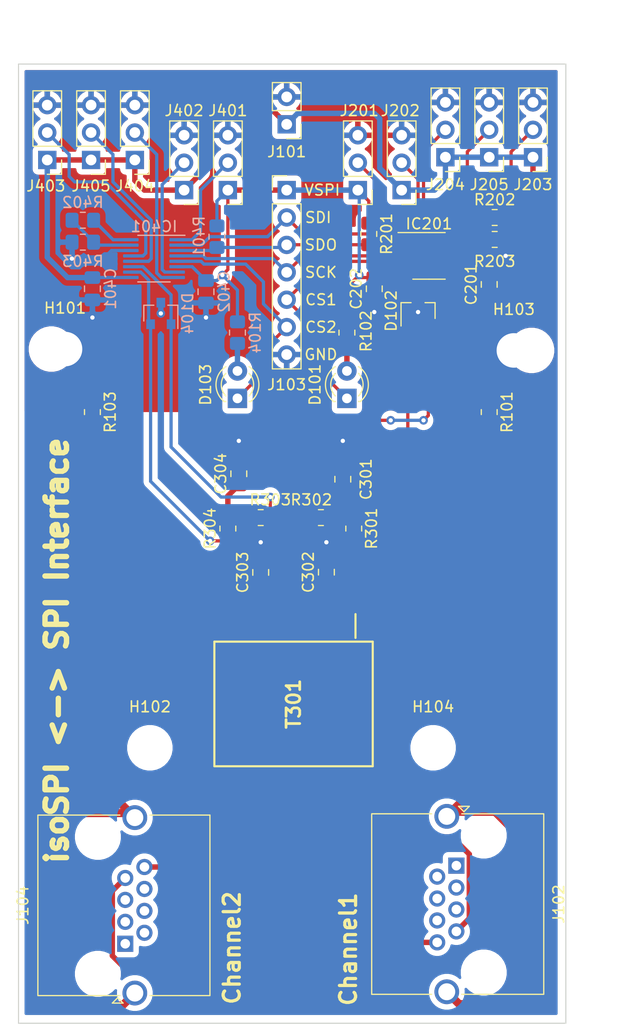
<source format=kicad_pcb>
(kicad_pcb (version 20171130) (host pcbnew 5.1.7-a382d34a8~87~ubuntu20.04.1)
  (layers (0 F.Cu signal) (31 B.Cu signal) (34 B.Paste user) (35 F.Paste user) (36 B.SilkS user) (37 F.SilkS user) (38 B.Mask user) (39 F.Mask user) (44 Edge.Cuts user))
  (net 0 "")
  (net 1 +5V)
  (net 2 GND)
  (net 3 V_SPI)
  (net 4 "Net-(C301-Pad1)")
  (net 5 "Net-(C302-Pad1)")
  (net 6 "Net-(C303-Pad1)")
  (net 7 "Net-(C304-Pad1)")
  (net 8 "Net-(D101-Pad2)")
  (net 9 ~CS_1)
  (net 10 /SPI_Convert_1/IM)
  (net 11 /SPI_Convert_1/IP)
  (net 12 "Net-(D103-Pad2)")
  (net 13 ~CS_2)
  (net 14 /SPI_Convert_2/IM)
  (net 15 /SPI_Convert_2/IP)
  (net 16 /SPI_Convert_1/IBIAS)
  (net 17 /SPI_Convert_1/ICMP)
  (net 18 /SPI_Convert_1/SLOW)
  (net 19 /SPI_Convert_1/MSTR)
  (net 20 /SPI_Convert_1/PHA)
  (net 21 /SPI_Convert_1/POL)
  (net 22 SCK)
  (net 23 SDO)
  (net 24 SDI)
  (net 25 /SPI_Convert_1/EN)
  (net 26 /SPI_Convert_2/IBIAS)
  (net 27 /SPI_Convert_2/ICMP)
  (net 28 /SPI_Convert_2/SLOW)
  (net 29 /SPI_Convert_2/MSTR)
  (net 30 /SPI_Convert_2/PHA)
  (net 31 /SPI_Convert_2/POL)
  (net 32 /SPI_Convert_2/EN)
  (net 33 "Net-(J102-Pad6)")
  (net 34 /Transformer/isoSPI_OUT-_Header)
  (net 35 "Net-(J102-PadSH)")
  (net 36 "Net-(J102-Pad2)")
  (net 37 "Net-(J102-Pad1)")
  (net 38 /Transformer/isoSPI_OUT+_Header)
  (net 39 "Net-(J102-Pad4)")
  (net 40 "Net-(J102-Pad5)")
  (net 41 "Net-(J102-Pad3)")
  (net 42 "Net-(J104-Pad6)")
  (net 43 /Transformer/isoSPI_IN-_Header)
  (net 44 "Net-(J104-PadSH)")
  (net 45 "Net-(J104-Pad2)")
  (net 46 "Net-(J104-Pad1)")
  (net 47 /Transformer/isoSPI_IN+_Header)
  (net 48 "Net-(J104-Pad4)")
  (net 49 "Net-(J104-Pad5)")
  (net 50 "Net-(J104-Pad3)")
  (net 51 "Net-(T301-Pad11)")
  (net 52 "Net-(T301-Pad8)")
  (module Connector_RJ:RJ45_Amphenol_RJHSE5380 (layer F.Cu) (at 132.842 156.972 270)
    (fp_text reference J102 (at 3.56 -9.5 90) (layer F.SilkS))
    (fp_text value RJ45_Shielded_1)
    (pad SH thru_hole circle (at -4.57 0.89 270) (size 2.3 2.3) (drill 1.57) (layers *.Cu *.Mask) (net 35 "Net-(J102-PadSH)"))
    (pad SH thru_hole circle (at 11.69 0.89 270) (size 2.3 2.3) (drill 1.57) (layers *.Cu *.Mask) (net 35 "Net-(J102-PadSH)"))
    (pad "" np_thru_hole circle (at 9.91 -2.54 270) (size 3.25 3.25) (drill 3.25) (layers *.Cu *.Mask))
    (pad "" np_thru_hole circle (at -2.79 -2.54 270) (size 3.25 3.25) (drill 3.25) (layers *.Cu *.Mask))
    (pad 8 thru_hole circle (at 7.112 1.78 270) (size 1.5 1.5) (drill 0.89) (layers *.Cu *.Mask) (net 34 /Transformer/isoSPI_OUT-_Header))
    (pad 6 thru_hole circle (at 5.08 1.78 270) (size 1.5 1.5) (drill 0.89) (layers *.Cu *.Mask) (net 33 "Net-(J102-Pad6)"))
    (pad 4 thru_hole circle (at 3.048 1.78 270) (size 1.5 1.5) (drill 0.89) (layers *.Cu *.Mask) (net 39 "Net-(J102-Pad4)"))
    (pad 2 thru_hole circle (at 1.016 1.78 270) (size 1.5 1.5) (drill 0.89) (layers *.Cu *.Mask) (net 36 "Net-(J102-Pad2)"))
    (pad 7 thru_hole circle (at 6.096 0 270) (size 1.5 1.5) (drill 0.89) (layers *.Cu *.Mask) (net 38 /Transformer/isoSPI_OUT+_Header))
    (pad 5 thru_hole circle (at 4.064 0 270) (size 1.5 1.5) (drill 0.89) (layers *.Cu *.Mask) (net 40 "Net-(J102-Pad5)"))
    (pad 3 thru_hole circle (at 2.032 0 270) (size 1.5 1.5) (drill 0.89) (layers *.Cu *.Mask) (net 41 "Net-(J102-Pad3)"))
    (pad 1 thru_hole rect (at 0 0 270) (size 1.5 1.5) (drill 0.89) (layers *.Cu *.Mask) (net 37 "Net-(J102-Pad1)"))
  )
  (module Connector_RJ:RJ45_Amphenol_RJHSE5380 (layer F.Cu) (at 102.108 164.211 90)
    (fp_text reference J104 (at 3.56 -9.5 90) (layer F.SilkS))
    (fp_text value RJ45_Shielded_2)
    (pad SH thru_hole circle (at -4.57 0.89 90) (size 2.3 2.3) (drill 1.57) (layers *.Cu *.Mask) (net 44 "Net-(J104-PadSH)"))
    (pad SH thru_hole circle (at 11.69 0.89 90) (size 2.3 2.3) (drill 1.57) (layers *.Cu *.Mask) (net 44 "Net-(J104-PadSH)"))
    (pad "" np_thru_hole circle (at 9.91 -2.54 90) (size 3.25 3.25) (drill 3.25) (layers *.Cu *.Mask))
    (pad "" np_thru_hole circle (at -2.79 -2.54 90) (size 3.25 3.25) (drill 3.25) (layers *.Cu *.Mask))
    (pad 8 thru_hole circle (at 7.112 1.78 90) (size 1.5 1.5) (drill 0.89) (layers *.Cu *.Mask) (net 43 /Transformer/isoSPI_IN-_Header))
    (pad 6 thru_hole circle (at 5.08 1.78 90) (size 1.5 1.5) (drill 0.89) (layers *.Cu *.Mask) (net 42 "Net-(J104-Pad6)"))
    (pad 4 thru_hole circle (at 3.048 1.78 90) (size 1.5 1.5) (drill 0.89) (layers *.Cu *.Mask) (net 48 "Net-(J104-Pad4)"))
    (pad 2 thru_hole circle (at 1.016 1.78 90) (size 1.5 1.5) (drill 0.89) (layers *.Cu *.Mask) (net 45 "Net-(J104-Pad2)"))
    (pad 7 thru_hole circle (at 6.096 0 90) (size 1.5 1.5) (drill 0.89) (layers *.Cu *.Mask) (net 47 /Transformer/isoSPI_IN+_Header))
    (pad 5 thru_hole circle (at 4.064 0 90) (size 1.5 1.5) (drill 0.89) (layers *.Cu *.Mask) (net 49 "Net-(J104-Pad5)"))
    (pad 3 thru_hole circle (at 2.032 0 90) (size 1.5 1.5) (drill 0.89) (layers *.Cu *.Mask) (net 50 "Net-(J104-Pad3)"))
    (pad 1 thru_hole rect (at 0 0 90) (size 1.5 1.5) (drill 0.89) (layers *.Cu *.Mask) (net 46 "Net-(J104-Pad1)"))
  )
  (module MountingHole:MountingHole_3.2mm_M3_DIN965 (layer F.Cu) (at 130.683 146.05)
    (fp_text reference H104 (at 0 -3.8) (layer F.SilkS))
    (fp_text value MountingHole)
    (pad 1 np_thru_hole circle (at 0 0) (size 3.2 3.2) (drill 3.2) (layers *.Cu *.Mask))
  )
  (module MountingHole:MountingHole_3.2mm_M3_DIN965 (layer F.Cu) (at 138.176 109.22)
    (fp_text reference H103 (at 0 -3.8) (layer F.SilkS))
    (fp_text value MountingHole)
    (pad 1 np_thru_hole circle (at 0 0) (size 3.2 3.2) (drill 3.2) (layers *.Cu *.Mask))
  )
  (module MountingHole:MountingHole_3.2mm_M3_DIN965 (layer F.Cu) (at 104.394 146.05)
    (fp_text reference H102 (at 0 -3.8) (layer F.SilkS))
    (fp_text value MountingHole)
    (pad 1 np_thru_hole circle (at 0 0) (size 3.2 3.2) (drill 3.2) (layers *.Cu *.Mask))
  )
  (module MountingHole:MountingHole_3.2mm_M3_DIN965 (layer F.Cu) (at 96.52 109.093)
    (fp_text reference H101 (at 0 -3.8) (layer F.SilkS))
    (fp_text value MountingHole)
    (pad 1 np_thru_hole circle (at 0 0) (size 3.2 3.2) (drill 3.2) (layers *.Cu *.Mask))
  )
  (module mytransformer:SOP200P1543X320-12N (layer F.Cu) (at 117.729 141.986 270)
    (fp_text reference T301 (at 0 0 90) (layer F.SilkS) (effects (font (size 1.27 1.27) (thickness 0.254))))
    (fp_text value HM2112ZNL hide)
    (pad 12 smd rect (at 7.225 -5) (size 0.8 2.2) (layers F.Cu F.Paste F.Mask) (net 38 /Transformer/isoSPI_OUT+_Header))
    (pad 11 smd rect (at 7.225 -3) (size 0.8 2.2) (layers F.Cu F.Paste F.Mask) (net 51 "Net-(T301-Pad11)"))
    (pad 10 smd rect (at 7.225 -1) (size 0.8 2.2) (layers F.Cu F.Paste F.Mask) (net 34 /Transformer/isoSPI_OUT-_Header))
    (pad 9 smd rect (at 7.225 1) (size 0.8 2.2) (layers F.Cu F.Paste F.Mask) (net 47 /Transformer/isoSPI_IN+_Header))
    (pad 8 smd rect (at 7.225 3) (size 0.8 2.2) (layers F.Cu F.Paste F.Mask) (net 52 "Net-(T301-Pad8)"))
    (pad 7 smd rect (at 7.225 5) (size 0.8 2.2) (layers F.Cu F.Paste F.Mask) (net 43 /Transformer/isoSPI_IN-_Header))
    (pad 6 smd rect (at -7.225 5) (size 0.8 2.2) (layers F.Cu F.Paste F.Mask) (net 14 /SPI_Convert_2/IM))
    (pad 5 smd rect (at -7.225 3) (size 0.8 2.2) (layers F.Cu F.Paste F.Mask) (net 6 "Net-(C303-Pad1)"))
    (pad 4 smd rect (at -7.225 1) (size 0.8 2.2) (layers F.Cu F.Paste F.Mask) (net 15 /SPI_Convert_2/IP))
    (pad 3 smd rect (at -7.225 -1) (size 0.8 2.2) (layers F.Cu F.Paste F.Mask) (net 10 /SPI_Convert_1/IM))
    (pad 2 smd rect (at -7.225 -3) (size 0.8 2.2) (layers F.Cu F.Paste F.Mask) (net 5 "Net-(C302-Pad1)"))
    (pad 1 smd rect (at -7.225 -5) (size 0.8 2.2) (layers F.Cu F.Paste F.Mask) (net 11 /SPI_Convert_1/IP))
  )
  (module Resistor_SMD:R_0805_2012Metric_Pad1.20x1.40mm_HandSolder (layer B.Cu) (at 98.171 99.187 180)
    (fp_text reference R403 (at 0 -1.778) (layer B.SilkS) (effects (justify mirror)))
    (fp_text value 1k)
    (pad 2 smd roundrect (at 1 0 180) (size 1.2 1.4) (layers B.Cu B.Paste B.Mask) (roundrect_rratio 0.208333) (net 2 GND))
    (pad 1 smd roundrect (at -1 0 180) (size 1.2 1.4) (layers B.Cu B.Paste B.Mask) (roundrect_rratio 0.208333) (net 27 /SPI_Convert_2/ICMP))
  )
  (module Resistor_SMD:R_0805_2012Metric_Pad1.20x1.40mm_HandSolder (layer B.Cu) (at 98.171 97.155 180)
    (fp_text reference R402 (at 0 1.65) (layer B.SilkS) (effects (justify mirror)))
    (fp_text value 1k)
    (pad 2 smd roundrect (at 1 0 180) (size 1.2 1.4) (layers B.Cu B.Paste B.Mask) (roundrect_rratio 0.208333) (net 27 /SPI_Convert_2/ICMP))
    (pad 1 smd roundrect (at -1 0 180) (size 1.2 1.4) (layers B.Cu B.Paste B.Mask) (roundrect_rratio 0.208333) (net 26 /SPI_Convert_2/IBIAS))
  )
  (module Resistor_SMD:R_0805_2012Metric_Pad1.20x1.40mm_HandSolder (layer B.Cu) (at 110.617 98.679 270)
    (fp_text reference R401 (at 0 1.65 270) (layer B.SilkS) (effects (justify mirror)))
    (fp_text value 2k)
    (pad 2 smd roundrect (at 1 0 270) (size 1.2 1.4) (layers B.Cu B.Paste B.Mask) (roundrect_rratio 0.208333) (net 23 SDO))
    (pad 1 smd roundrect (at -1 0 270) (size 1.2 1.4) (layers B.Cu B.Paste B.Mask) (roundrect_rratio 0.208333) (net 3 V_SPI))
  )
  (module Resistor_SMD:R_0805_2012Metric_Pad1.20x1.40mm_HandSolder (layer F.Cu) (at 111.633 125.73 90)
    (fp_text reference R304 (at 0 -1.65 90) (layer F.SilkS))
    (fp_text value 49.9)
    (pad 2 smd roundrect (at 1 0 90) (size 1.2 1.4) (layers F.Cu F.Paste F.Mask) (roundrect_rratio 0.208333) (net 7 "Net-(C304-Pad1)"))
    (pad 1 smd roundrect (at -1 0 90) (size 1.2 1.4) (layers F.Cu F.Paste F.Mask) (roundrect_rratio 0.208333) (net 14 /SPI_Convert_2/IM))
  )
  (module Resistor_SMD:R_0805_2012Metric_Pad1.20x1.40mm_HandSolder (layer F.Cu) (at 114.681 124.714)
    (fp_text reference R303 (at 0.889 -1.65) (layer F.SilkS))
    (fp_text value 49.9)
    (pad 2 smd roundrect (at 1 0) (size 1.2 1.4) (layers F.Cu F.Paste F.Mask) (roundrect_rratio 0.208333) (net 15 /SPI_Convert_2/IP))
    (pad 1 smd roundrect (at -1 0) (size 1.2 1.4) (layers F.Cu F.Paste F.Mask) (roundrect_rratio 0.208333) (net 7 "Net-(C304-Pad1)"))
  )
  (module Resistor_SMD:R_0805_2012Metric_Pad1.20x1.40mm_HandSolder (layer F.Cu) (at 120.269 124.714)
    (fp_text reference R302 (at -0.889 -1.65) (layer F.SilkS))
    (fp_text value 49.9)
    (pad 2 smd roundrect (at 1 0) (size 1.2 1.4) (layers F.Cu F.Paste F.Mask) (roundrect_rratio 0.208333) (net 4 "Net-(C301-Pad1)"))
    (pad 1 smd roundrect (at -1 0) (size 1.2 1.4) (layers F.Cu F.Paste F.Mask) (roundrect_rratio 0.208333) (net 10 /SPI_Convert_1/IM))
  )
  (module Resistor_SMD:R_0805_2012Metric_Pad1.20x1.40mm_HandSolder (layer F.Cu) (at 123.317 125.73 270)
    (fp_text reference R301 (at 0 -1.65 90) (layer F.SilkS))
    (fp_text value 49.9)
    (pad 2 smd roundrect (at 1 0 270) (size 1.2 1.4) (layers F.Cu F.Paste F.Mask) (roundrect_rratio 0.208333) (net 11 /SPI_Convert_1/IP))
    (pad 1 smd roundrect (at -1 0 270) (size 1.2 1.4) (layers F.Cu F.Paste F.Mask) (roundrect_rratio 0.208333) (net 4 "Net-(C301-Pad1)"))
  )
  (module Resistor_SMD:R_0805_2012Metric_Pad1.20x1.40mm_HandSolder (layer F.Cu) (at 136.398 98.933)
    (fp_text reference R203 (at 0 2.032) (layer F.SilkS))
    (fp_text value 1k)
    (pad 2 smd roundrect (at 1 0) (size 1.2 1.4) (layers F.Cu F.Paste F.Mask) (roundrect_rratio 0.208333) (net 2 GND))
    (pad 1 smd roundrect (at -1 0) (size 1.2 1.4) (layers F.Cu F.Paste F.Mask) (roundrect_rratio 0.208333) (net 17 /SPI_Convert_1/ICMP))
  )
  (module Resistor_SMD:R_0805_2012Metric_Pad1.20x1.40mm_HandSolder (layer F.Cu) (at 136.398 96.901)
    (fp_text reference R202 (at 0 -1.65) (layer F.SilkS))
    (fp_text value 1k)
    (pad 2 smd roundrect (at 1 0) (size 1.2 1.4) (layers F.Cu F.Paste F.Mask) (roundrect_rratio 0.208333) (net 17 /SPI_Convert_1/ICMP))
    (pad 1 smd roundrect (at -1 0) (size 1.2 1.4) (layers F.Cu F.Paste F.Mask) (roundrect_rratio 0.208333) (net 16 /SPI_Convert_1/IBIAS))
  )
  (module Resistor_SMD:R_0805_2012Metric_Pad1.20x1.40mm_HandSolder (layer F.Cu) (at 124.714 98.425 270)
    (fp_text reference R201 (at 0 -1.65 90) (layer F.SilkS))
    (fp_text value 2k)
    (pad 2 smd roundrect (at 1 0 270) (size 1.2 1.4) (layers F.Cu F.Paste F.Mask) (roundrect_rratio 0.208333) (net 23 SDO))
    (pad 1 smd roundrect (at -1 0 270) (size 1.2 1.4) (layers F.Cu F.Paste F.Mask) (roundrect_rratio 0.208333) (net 3 V_SPI))
  )
  (module Resistor_SMD:R_0805_2012Metric_Pad1.20x1.40mm_HandSolder (layer B.Cu) (at 112.522 107.569 90)
    (fp_text reference R104 (at 0 1.65 270) (layer B.SilkS) (effects (justify mirror)))
    (fp_text value R_Small)
    (pad 2 smd roundrect (at 1 0 90) (size 1.2 1.4) (layers B.Cu B.Paste B.Mask) (roundrect_rratio 0.208333) (net 3 V_SPI))
    (pad 1 smd roundrect (at -1 0 90) (size 1.2 1.4) (layers B.Cu B.Paste B.Mask) (roundrect_rratio 0.208333) (net 12 "Net-(D103-Pad2)"))
  )
  (module Resistor_SMD:R_0805_2012Metric_Pad1.20x1.40mm_HandSolder (layer F.Cu) (at 99.06 114.935 270)
    (fp_text reference R103 (at 0 -1.65 90) (layer F.SilkS))
    (fp_text value 0)
    (pad 2 smd roundrect (at 1 0 270) (size 1.2 1.4) (layers F.Cu F.Paste F.Mask) (roundrect_rratio 0.208333) (net 44 "Net-(J104-PadSH)"))
    (pad 1 smd roundrect (at -1 0 270) (size 1.2 1.4) (layers F.Cu F.Paste F.Mask) (roundrect_rratio 0.208333) (net 2 GND))
  )
  (module Resistor_SMD:R_0805_2012Metric_Pad1.20x1.40mm_HandSolder (layer F.Cu) (at 122.682 107.569 90)
    (fp_text reference R102 (at 0.127 1.778 90) (layer F.SilkS))
    (fp_text value R_Small)
    (pad 2 smd roundrect (at 1 0 90) (size 1.2 1.4) (layers F.Cu F.Paste F.Mask) (roundrect_rratio 0.208333) (net 3 V_SPI))
    (pad 1 smd roundrect (at -1 0 90) (size 1.2 1.4) (layers F.Cu F.Paste F.Mask) (roundrect_rratio 0.208333) (net 8 "Net-(D101-Pad2)"))
  )
  (module Resistor_SMD:R_0805_2012Metric_Pad1.20x1.40mm_HandSolder (layer F.Cu) (at 135.89 114.935 270)
    (fp_text reference R101 (at 0 -1.65 90) (layer F.SilkS))
    (fp_text value 0)
    (pad 2 smd roundrect (at 1 0 270) (size 1.2 1.4) (layers F.Cu F.Paste F.Mask) (roundrect_rratio 0.208333) (net 35 "Net-(J102-PadSH)"))
    (pad 1 smd roundrect (at -1 0 270) (size 1.2 1.4) (layers F.Cu F.Paste F.Mask) (roundrect_rratio 0.208333) (net 2 GND))
  )
  (module Connector_PinHeader_2.54mm:PinHeader_1x03_P2.54mm_Vertical (layer F.Cu) (at 98.933 91.567 180)
    (fp_text reference J405 (at 0 -2.413) (layer F.SilkS))
    (fp_text value 3PinHeader)
    (pad 3 thru_hole oval (at 0 5.08 180) (size 1.7 1.7) (drill 1) (layers *.Cu *.Mask) (net 2 GND))
    (pad 2 thru_hole oval (at 0 2.54 180) (size 1.7 1.7) (drill 1) (layers *.Cu *.Mask) (net 29 /SPI_Convert_2/MSTR))
    (pad 1 thru_hole rect (at 0 0 180) (size 1.7 1.7) (drill 1) (layers *.Cu *.Mask) (net 1 +5V))
  )
  (module Connector_PinHeader_2.54mm:PinHeader_1x03_P2.54mm_Vertical (layer F.Cu) (at 102.997 91.567 180)
    (fp_text reference J404 (at 0 -2.413) (layer F.SilkS))
    (fp_text value 3PinHeader)
    (pad 3 thru_hole oval (at 0 5.08 180) (size 1.7 1.7) (drill 1) (layers *.Cu *.Mask) (net 2 GND))
    (pad 2 thru_hole oval (at 0 2.54 180) (size 1.7 1.7) (drill 1) (layers *.Cu *.Mask) (net 30 /SPI_Convert_2/PHA))
    (pad 1 thru_hole rect (at 0 0 180) (size 1.7 1.7) (drill 1) (layers *.Cu *.Mask) (net 1 +5V))
  )
  (module Connector_PinHeader_2.54mm:PinHeader_1x03_P2.54mm_Vertical (layer F.Cu) (at 94.869 91.567 180)
    (fp_text reference J403 (at 0.127 -2.413) (layer F.SilkS))
    (fp_text value 3PinHeader)
    (pad 3 thru_hole oval (at 0 5.08 180) (size 1.7 1.7) (drill 1) (layers *.Cu *.Mask) (net 2 GND))
    (pad 2 thru_hole oval (at 0 2.54 180) (size 1.7 1.7) (drill 1) (layers *.Cu *.Mask) (net 28 /SPI_Convert_2/SLOW))
    (pad 1 thru_hole rect (at 0 0 180) (size 1.7 1.7) (drill 1) (layers *.Cu *.Mask) (net 1 +5V))
  )
  (module Connector_PinHeader_2.54mm:PinHeader_1x03_P2.54mm_Vertical (layer F.Cu) (at 107.569 94.361 180)
    (fp_text reference J402 (at 0 7.366) (layer F.SilkS))
    (fp_text value 3PinHeader)
    (pad 3 thru_hole oval (at 0 5.08 180) (size 1.7 1.7) (drill 1) (layers *.Cu *.Mask) (net 2 GND))
    (pad 2 thru_hole oval (at 0 2.54 180) (size 1.7 1.7) (drill 1) (layers *.Cu *.Mask) (net 31 /SPI_Convert_2/POL))
    (pad 1 thru_hole rect (at 0 0 180) (size 1.7 1.7) (drill 1) (layers *.Cu *.Mask) (net 1 +5V))
  )
  (module Connector_PinHeader_2.54mm:PinHeader_1x03_P2.54mm_Vertical (layer F.Cu) (at 111.633 94.361 180)
    (fp_text reference J401 (at 0 7.366) (layer F.SilkS))
    (fp_text value 3PinHeader)
    (pad 3 thru_hole oval (at 0 5.08 180) (size 1.7 1.7) (drill 1) (layers *.Cu *.Mask) (net 2 GND))
    (pad 2 thru_hole oval (at 0 2.54 180) (size 1.7 1.7) (drill 1) (layers *.Cu *.Mask) (net 32 /SPI_Convert_2/EN))
    (pad 1 thru_hole rect (at 0 0 180) (size 1.7 1.7) (drill 1) (layers *.Cu *.Mask) (net 3 V_SPI))
  )
  (module Connector_PinHeader_2.54mm:PinHeader_1x03_P2.54mm_Vertical (layer F.Cu) (at 135.89 91.313 180)
    (fp_text reference J205 (at 0 -2.54) (layer F.SilkS))
    (fp_text value 3PinHeader)
    (pad 3 thru_hole oval (at 0 5.08 180) (size 1.7 1.7) (drill 1) (layers *.Cu *.Mask) (net 2 GND))
    (pad 2 thru_hole oval (at 0 2.54 180) (size 1.7 1.7) (drill 1) (layers *.Cu *.Mask) (net 19 /SPI_Convert_1/MSTR))
    (pad 1 thru_hole rect (at 0 0 180) (size 1.7 1.7) (drill 1) (layers *.Cu *.Mask) (net 1 +5V))
  )
  (module Connector_PinHeader_2.54mm:PinHeader_1x03_P2.54mm_Vertical (layer F.Cu) (at 131.826 91.313 180)
    (fp_text reference J204 (at 0 -2.54) (layer F.SilkS))
    (fp_text value 3PinHeader)
    (pad 3 thru_hole oval (at 0 5.08 180) (size 1.7 1.7) (drill 1) (layers *.Cu *.Mask) (net 2 GND))
    (pad 2 thru_hole oval (at 0 2.54 180) (size 1.7 1.7) (drill 1) (layers *.Cu *.Mask) (net 20 /SPI_Convert_1/PHA))
    (pad 1 thru_hole rect (at 0 0 180) (size 1.7 1.7) (drill 1) (layers *.Cu *.Mask) (net 1 +5V))
  )
  (module Connector_PinHeader_2.54mm:PinHeader_1x03_P2.54mm_Vertical (layer F.Cu) (at 139.954 91.313 180)
    (fp_text reference J203 (at 0 -2.54) (layer F.SilkS))
    (fp_text value 3PinHeader)
    (pad 3 thru_hole oval (at 0 5.08 180) (size 1.7 1.7) (drill 1) (layers *.Cu *.Mask) (net 2 GND))
    (pad 2 thru_hole oval (at 0 2.54 180) (size 1.7 1.7) (drill 1) (layers *.Cu *.Mask) (net 18 /SPI_Convert_1/SLOW))
    (pad 1 thru_hole rect (at 0 0 180) (size 1.7 1.7) (drill 1) (layers *.Cu *.Mask) (net 1 +5V))
  )
  (module Connector_PinHeader_2.54mm:PinHeader_1x03_P2.54mm_Vertical (layer F.Cu) (at 127.762 94.361 180)
    (fp_text reference J202 (at 0.127 7.366) (layer F.SilkS))
    (fp_text value 3PinHeader)
    (pad 3 thru_hole oval (at 0 5.08 180) (size 1.7 1.7) (drill 1) (layers *.Cu *.Mask) (net 2 GND))
    (pad 2 thru_hole oval (at 0 2.54 180) (size 1.7 1.7) (drill 1) (layers *.Cu *.Mask) (net 21 /SPI_Convert_1/POL))
    (pad 1 thru_hole rect (at 0 0 180) (size 1.7 1.7) (drill 1) (layers *.Cu *.Mask) (net 1 +5V))
  )
  (module Connector_PinHeader_2.54mm:PinHeader_1x03_P2.54mm_Vertical (layer F.Cu) (at 123.698 94.361 180)
    (fp_text reference J201 (at -0.127 7.366) (layer F.SilkS))
    (fp_text value 3PinHeader)
    (pad 3 thru_hole oval (at 0 5.08 180) (size 1.7 1.7) (drill 1) (layers *.Cu *.Mask) (net 2 GND))
    (pad 2 thru_hole oval (at 0 2.54 180) (size 1.7 1.7) (drill 1) (layers *.Cu *.Mask) (net 25 /SPI_Convert_1/EN))
    (pad 1 thru_hole rect (at 0 0 180) (size 1.7 1.7) (drill 1) (layers *.Cu *.Mask) (net 3 V_SPI))
  )
  (module Connector_PinHeader_2.54mm:PinHeader_1x07_P2.54mm_Vertical (layer F.Cu) (at 117.094 94.361)
    (fp_text reference J103 (at 0 18.034) (layer F.SilkS))
    (fp_text value Conn_01x07_Male)
    (pad 7 thru_hole oval (at 0 15.24) (size 1.7 1.7) (drill 1) (layers *.Cu *.Mask) (net 2 GND))
    (pad 6 thru_hole oval (at 0 12.7) (size 1.7 1.7) (drill 1) (layers *.Cu *.Mask) (net 13 ~CS_2))
    (pad 5 thru_hole oval (at 0 10.16) (size 1.7 1.7) (drill 1) (layers *.Cu *.Mask) (net 9 ~CS_1))
    (pad 4 thru_hole oval (at 0 7.62) (size 1.7 1.7) (drill 1) (layers *.Cu *.Mask) (net 22 SCK))
    (pad 3 thru_hole oval (at 0 5.08) (size 1.7 1.7) (drill 1) (layers *.Cu *.Mask) (net 23 SDO))
    (pad 2 thru_hole oval (at 0 2.54) (size 1.7 1.7) (drill 1) (layers *.Cu *.Mask) (net 24 SDI))
    (pad 1 thru_hole rect (at 0 0) (size 1.7 1.7) (drill 1) (layers *.Cu *.Mask) (net 3 V_SPI))
  )
  (module Connector_PinHeader_2.54mm:PinHeader_1x02_P2.54mm_Vertical (layer F.Cu) (at 117.094 88.265 180)
    (fp_text reference J101 (at 0 -2.54) (layer F.SilkS))
    (fp_text value Conn_01x02_Male)
    (pad 2 thru_hole oval (at 0 2.54 180) (size 1.7 1.7) (drill 1) (layers *.Cu *.Mask) (net 2 GND))
    (pad 1 thru_hole rect (at 0 0 180) (size 1.7 1.7) (drill 1) (layers *.Cu *.Mask) (net 1 +5V))
  )
  (module Package_SO:MSOP-16_3x4.039mm_P0.5mm (layer B.Cu) (at 104.775 100.711 180)
    (fp_text reference IC401 (at 0 2.97) (layer B.SilkS) (effects (justify mirror)))
    (fp_text value LTC6820IMS#PBF)
    (pad 16 smd roundrect (at 2.15 1.75 180) (size 1.45 0.3) (layers B.Cu B.Paste B.Mask) (net 26 /SPI_Convert_2/IBIAS))
    (pad 15 smd roundrect (at 2.15 1.25 180) (size 1.45 0.3) (layers B.Cu B.Paste B.Mask) (net 27 /SPI_Convert_2/ICMP))
    (pad 14 smd roundrect (at 2.15 0.75 180) (size 1.45 0.3) (layers B.Cu B.Paste B.Mask) (net 2 GND))
    (pad 13 smd roundrect (at 2.15 0.25 180) (size 1.45 0.3) (layers B.Cu B.Paste B.Mask) (net 28 /SPI_Convert_2/SLOW))
    (pad 12 smd roundrect (at 2.15 -0.25 180) (size 1.45 0.3) (layers B.Cu B.Paste B.Mask) (net 29 /SPI_Convert_2/MSTR))
    (pad 11 smd roundrect (at 2.15 -0.75 180) (size 1.45 0.3) (layers B.Cu B.Paste B.Mask) (net 15 /SPI_Convert_2/IP))
    (pad 10 smd roundrect (at 2.15 -1.25 180) (size 1.45 0.3) (layers B.Cu B.Paste B.Mask) (net 14 /SPI_Convert_2/IM))
    (pad 9 smd roundrect (at 2.15 -1.75 180) (size 1.45 0.3) (layers B.Cu B.Paste B.Mask) (net 1 +5V))
    (pad 8 smd roundrect (at -2.15 -1.75 180) (size 1.45 0.3) (layers B.Cu B.Paste B.Mask) (net 30 /SPI_Convert_2/PHA))
    (pad 7 smd roundrect (at -2.15 -1.25 180) (size 1.45 0.3) (layers B.Cu B.Paste B.Mask) (net 31 /SPI_Convert_2/POL))
    (pad 6 smd roundrect (at -2.15 -0.75 180) (size 1.45 0.3) (layers B.Cu B.Paste B.Mask) (net 3 V_SPI))
    (pad 5 smd roundrect (at -2.15 -0.25 180) (size 1.45 0.3) (layers B.Cu B.Paste B.Mask) (net 13 ~CS_2))
    (pad 4 smd roundrect (at -2.15 0.25 180) (size 1.45 0.3) (layers B.Cu B.Paste B.Mask) (net 22 SCK))
    (pad 3 smd roundrect (at -2.15 0.75 180) (size 1.45 0.3) (layers B.Cu B.Paste B.Mask) (net 23 SDO))
    (pad 2 smd roundrect (at -2.15 1.25 180) (size 1.45 0.3) (layers B.Cu B.Paste B.Mask) (net 24 SDI))
    (pad 1 smd roundrect (at -2.15 1.75 180) (size 1.45 0.3) (layers B.Cu B.Paste B.Mask) (net 32 /SPI_Convert_2/EN))
  )
  (module Package_SO:MSOP-16_3x4.039mm_P0.5mm (layer F.Cu) (at 130.302 100.457)
    (fp_text reference IC201 (at 0 -2.97) (layer F.SilkS))
    (fp_text value LTC6820IMS#PBF)
    (pad 16 smd roundrect (at 2.15 -1.75) (size 1.45 0.3) (layers F.Cu F.Paste F.Mask) (net 16 /SPI_Convert_1/IBIAS))
    (pad 15 smd roundrect (at 2.15 -1.25) (size 1.45 0.3) (layers F.Cu F.Paste F.Mask) (net 17 /SPI_Convert_1/ICMP))
    (pad 14 smd roundrect (at 2.15 -0.75) (size 1.45 0.3) (layers F.Cu F.Paste F.Mask) (net 2 GND))
    (pad 13 smd roundrect (at 2.15 -0.25) (size 1.45 0.3) (layers F.Cu F.Paste F.Mask) (net 18 /SPI_Convert_1/SLOW))
    (pad 12 smd roundrect (at 2.15 0.25) (size 1.45 0.3) (layers F.Cu F.Paste F.Mask) (net 19 /SPI_Convert_1/MSTR))
    (pad 11 smd roundrect (at 2.15 0.75) (size 1.45 0.3) (layers F.Cu F.Paste F.Mask) (net 11 /SPI_Convert_1/IP))
    (pad 10 smd roundrect (at 2.15 1.25) (size 1.45 0.3) (layers F.Cu F.Paste F.Mask) (net 10 /SPI_Convert_1/IM))
    (pad 9 smd roundrect (at 2.15 1.75) (size 1.45 0.3) (layers F.Cu F.Paste F.Mask) (net 1 +5V))
    (pad 8 smd roundrect (at -2.15 1.75) (size 1.45 0.3) (layers F.Cu F.Paste F.Mask) (net 20 /SPI_Convert_1/PHA))
    (pad 7 smd roundrect (at -2.15 1.25) (size 1.45 0.3) (layers F.Cu F.Paste F.Mask) (net 21 /SPI_Convert_1/POL))
    (pad 6 smd roundrect (at -2.15 0.75) (size 1.45 0.3) (layers F.Cu F.Paste F.Mask) (net 3 V_SPI))
    (pad 5 smd roundrect (at -2.15 0.25) (size 1.45 0.3) (layers F.Cu F.Paste F.Mask) (net 9 ~CS_1))
    (pad 4 smd roundrect (at -2.15 -0.25) (size 1.45 0.3) (layers F.Cu F.Paste F.Mask) (net 22 SCK))
    (pad 3 smd roundrect (at -2.15 -0.75) (size 1.45 0.3) (layers F.Cu F.Paste F.Mask) (net 23 SDO))
    (pad 2 smd roundrect (at -2.15 -1.25) (size 1.45 0.3) (layers F.Cu F.Paste F.Mask) (net 24 SDI))
    (pad 1 smd roundrect (at -2.15 -1.75) (size 1.45 0.3) (layers F.Cu F.Paste F.Mask) (net 25 /SPI_Convert_1/EN))
  )
  (module Package_TO_SOT_SMD:SOT-23 (layer B.Cu) (at 105.41 105.791 90)
    (fp_text reference D104 (at 0 2.5 270) (layer B.SilkS) (effects (justify mirror)))
    (fp_text value MMBZxx)
    (pad 3 smd rect (at 1 0 90) (size 0.9 0.8) (layers B.Cu B.Paste B.Mask) (net 2 GND))
    (pad 2 smd rect (at -1 -0.95 90) (size 0.9 0.8) (layers B.Cu B.Paste B.Mask) (net 14 /SPI_Convert_2/IM))
    (pad 1 smd rect (at -1 0.95 90) (size 0.9 0.8) (layers B.Cu B.Paste B.Mask) (net 15 /SPI_Convert_2/IP))
  )
  (module LED_THT:LED_D3.0mm (layer F.Cu) (at 112.522 113.665 90)
    (fp_text reference D103 (at 1.27 -2.96 90) (layer F.SilkS))
    (fp_text value LED_2)
    (pad 2 thru_hole circle (at 2.54 0 90) (size 1.8 1.8) (drill 0.9) (layers *.Cu *.Mask) (net 12 "Net-(D103-Pad2)"))
    (pad 1 thru_hole rect (at 0 0 90) (size 1.8 1.8) (drill 0.9) (layers *.Cu *.Mask) (net 13 ~CS_2))
  )
  (module Package_TO_SOT_SMD:SOT-23 (layer F.Cu) (at 129.286 105.553 90)
    (fp_text reference D102 (at 0 -2.5 90) (layer F.SilkS))
    (fp_text value MMBZxx)
    (pad 3 smd rect (at 1 0 90) (size 0.9 0.8) (layers F.Cu F.Paste F.Mask) (net 2 GND))
    (pad 2 smd rect (at -1 0.95 90) (size 0.9 0.8) (layers F.Cu F.Paste F.Mask) (net 10 /SPI_Convert_1/IM))
    (pad 1 smd rect (at -1 -0.95 90) (size 0.9 0.8) (layers F.Cu F.Paste F.Mask) (net 11 /SPI_Convert_1/IP))
  )
  (module LED_THT:LED_D3.0mm (layer F.Cu) (at 122.682 113.665 90)
    (fp_text reference D101 (at 1.27 -2.96 90) (layer F.SilkS))
    (fp_text value LED_1)
    (pad 2 thru_hole circle (at 2.54 0 90) (size 1.8 1.8) (drill 0.9) (layers *.Cu *.Mask) (net 8 "Net-(D101-Pad2)"))
    (pad 1 thru_hole rect (at 0 0 90) (size 1.8 1.8) (drill 0.9) (layers *.Cu *.Mask) (net 9 ~CS_1))
  )
  (module Capacitor_SMD:C_0805_2012Metric_Pad1.18x1.45mm_HandSolder (layer B.Cu) (at 109.601 103.7805 90)
    (fp_text reference C402 (at 0 1.68 270) (layer B.SilkS) (effects (justify mirror)))
    (fp_text value 0.1uF)
    (pad 2 smd roundrect (at 1.0375 0 90) (size 1.175 1.45) (layers B.Cu B.Paste B.Mask) (roundrect_rratio 0.212766) (net 3 V_SPI))
    (pad 1 smd roundrect (at -1.0375 0 90) (size 1.175 1.45) (layers B.Cu B.Paste B.Mask) (roundrect_rratio 0.212766) (net 2 GND))
  )
  (module Capacitor_SMD:C_0805_2012Metric_Pad1.18x1.45mm_HandSolder (layer B.Cu) (at 99.06 103.505 90)
    (fp_text reference C401 (at 0 1.68 90) (layer B.SilkS) (effects (justify mirror)))
    (fp_text value 0.1uF)
    (pad 2 smd roundrect (at 1.0375 0 90) (size 1.175 1.45) (layers B.Cu B.Paste B.Mask) (roundrect_rratio 0.212766) (net 1 +5V))
    (pad 1 smd roundrect (at -1.0375 0 90) (size 1.175 1.45) (layers B.Cu B.Paste B.Mask) (roundrect_rratio 0.212766) (net 2 GND))
  )
  (module Capacitor_SMD:C_0805_2012Metric_Pad1.18x1.45mm_HandSolder (layer F.Cu) (at 112.649 120.65 90)
    (fp_text reference C304 (at 0 -1.68 90) (layer F.SilkS))
    (fp_text value 10nF)
    (pad 2 smd roundrect (at 1.0375 0 90) (size 1.175 1.45) (layers F.Cu F.Paste F.Mask) (roundrect_rratio 0.212766) (net 2 GND))
    (pad 1 smd roundrect (at -1.0375 0 90) (size 1.175 1.45) (layers F.Cu F.Paste F.Mask) (roundrect_rratio 0.212766) (net 7 "Net-(C304-Pad1)"))
  )
  (module Capacitor_SMD:C_0805_2012Metric_Pad1.18x1.45mm_HandSolder (layer F.Cu) (at 114.681 129.794 90)
    (fp_text reference C303 (at 0 -1.68 90) (layer F.SilkS))
    (fp_text value 10nF)
    (pad 2 smd roundrect (at 1.0375 0 90) (size 1.175 1.45) (layers F.Cu F.Paste F.Mask) (roundrect_rratio 0.212766) (net 2 GND))
    (pad 1 smd roundrect (at -1.0375 0 90) (size 1.175 1.45) (layers F.Cu F.Paste F.Mask) (roundrect_rratio 0.212766) (net 6 "Net-(C303-Pad1)"))
  )
  (module Capacitor_SMD:C_0805_2012Metric_Pad1.18x1.45mm_HandSolder (layer F.Cu) (at 120.777 129.7725 90)
    (fp_text reference C302 (at 0 -1.68 90) (layer F.SilkS))
    (fp_text value 10nF)
    (pad 2 smd roundrect (at 1.0375 0 90) (size 1.175 1.45) (layers F.Cu F.Paste F.Mask) (roundrect_rratio 0.212766) (net 2 GND))
    (pad 1 smd roundrect (at -1.0375 0 90) (size 1.175 1.45) (layers F.Cu F.Paste F.Mask) (roundrect_rratio 0.212766) (net 5 "Net-(C302-Pad1)"))
  )
  (module Capacitor_SMD:C_0805_2012Metric_Pad1.18x1.45mm_HandSolder (layer F.Cu) (at 122.301 121.158 90)
    (fp_text reference C301 (at 0 2.159 90) (layer F.SilkS))
    (fp_text value 10nF)
    (pad 2 smd roundrect (at 1.0375 0 90) (size 1.175 1.45) (layers F.Cu F.Paste F.Mask) (roundrect_rratio 0.212766) (net 2 GND))
    (pad 1 smd roundrect (at -1.0375 0 90) (size 1.175 1.45) (layers F.Cu F.Paste F.Mask) (roundrect_rratio 0.212766) (net 4 "Net-(C301-Pad1)"))
  )
  (module Capacitor_SMD:C_0805_2012Metric_Pad1.18x1.45mm_HandSolder (layer F.Cu) (at 125.222 103.505 90)
    (fp_text reference C202 (at 0 -1.68 90) (layer F.SilkS))
    (fp_text value 0.1uF)
    (pad 2 smd roundrect (at 1.0375 0 90) (size 1.175 1.45) (layers F.Cu F.Paste F.Mask) (roundrect_rratio 0.212766) (net 3 V_SPI))
    (pad 1 smd roundrect (at -1.0375 0 90) (size 1.175 1.45) (layers F.Cu F.Paste F.Mask) (roundrect_rratio 0.212766) (net 2 GND))
  )
  (module Capacitor_SMD:C_0805_2012Metric_Pad1.18x1.45mm_HandSolder (layer F.Cu) (at 135.89 103.1025 90)
    (fp_text reference C201 (at 0 -1.68 90) (layer F.SilkS))
    (fp_text value 0.1uF)
    (pad 2 smd roundrect (at 1.0375 0 90) (size 1.175 1.45) (layers F.Cu F.Paste F.Mask) (roundrect_rratio 0.212766) (net 1 +5V))
    (pad 1 smd roundrect (at -1.0375 0 90) (size 1.175 1.45) (layers F.Cu F.Paste F.Mask) (roundrect_rratio 0.212766) (net 2 GND))
  )
  (gr_text Channel1 (at 122.809 164.719 90) (layer F.SilkS) (effects (font (size 1.5 1.5) (thickness 0.3))))
  (gr_text Channel2 (at 112.014 164.592 90) (layer F.SilkS) (effects (font (size 1.5 1.5) (thickness 0.3))))
  (gr_text Channel2 (at 112.014 164.592 90) (layer F.Cu) (effects (font (size 1.5 1.5) (thickness 0.3))))
  (gr_text Channel1 (at 122.809 164.719 90) (layer F.Cu) (effects (font (size 1.5 1.5) (thickness 0.3))))
  (gr_text "isoSPI <-> SPI Interface" (at 95.758 137.033 90) (layer F.SilkS) (effects (font (size 2 2) (thickness 0.5))))
  (gr_text GND (at 120.269 109.601) (layer F.SilkS) (effects (font (size 1 1))))
  (gr_text "CS2\n" (at 120.269 107.061) (layer F.SilkS) (effects (font (size 1 1))))
  (gr_text CS1 (at 120.269 104.521) (layer F.SilkS) (effects (font (size 1 1))))
  (gr_text SCK (at 120.269 101.981) (layer F.SilkS) (effects (font (size 1 1))))
  (gr_text "SDO\n" (at 120.269 99.441) (layer F.SilkS) (effects (font (size 1 1))))
  (gr_text "SDI\n" (at 120.015 96.901) (layer F.SilkS) (effects (font (size 1 1))))
  (gr_text "VSPI\n" (at 120.396 94.361) (layer F.SilkS) (effects (font (size 1 1))))
  (gr_line (start 143.002 82.677) (end 143.002 171.577) (layer Edge.Cuts) (width 0.1))
  (gr_line (start 92.202 82.677) (end 143.002 82.677) (layer Edge.Cuts) (width 0.1))
  (gr_line (start 92.202 171.577) (end 92.202 82.677) (layer Edge.Cuts) (width 0.1))
  (gr_line (start 143.002 171.577) (end 92.202 171.577) (layer Edge.Cuts) (width 0.1))
  (segment (start 99.4345 102.461) (end 99.2085 102.235) (width 0.3) (layer B.Cu) (net 1))
  (segment (start 102.625 102.461) (end 99.4345 102.461) (width 0.3) (layer B.Cu) (net 1))
  (segment (start 131.826 91.313) (end 135.89 91.313) (width 0.5) (layer B.Cu) (net 1))
  (segment (start 139.954 91.313) (end 135.89 91.313) (width 0.5) (layer B.Cu) (net 1))
  (segment (start 127.762 94.361) (end 130.81 94.361) (width 0.5) (layer B.Cu) (net 1))
  (segment (start 131.826 93.345) (end 131.826 91.313) (width 0.5) (layer B.Cu) (net 1))
  (segment (start 130.81 94.361) (end 131.826 93.345) (width 0.5) (layer B.Cu) (net 1))
  (segment (start 125.73 92.329) (end 127.762 94.361) (width 0.5) (layer B.Cu) (net 1))
  (segment (start 125.73 87.757) (end 125.73 92.329) (width 0.5) (layer B.Cu) (net 1))
  (segment (start 125.222 87.249) (end 125.73 87.757) (width 0.5) (layer B.Cu) (net 1))
  (segment (start 118.11 87.249) (end 125.222 87.249) (width 0.5) (layer B.Cu) (net 1))
  (segment (start 117.094 88.265) (end 118.11 87.249) (width 0.5) (layer B.Cu) (net 1))
  (segment (start 115.824 86.995) (end 117.094 88.265) (width 0.5) (layer F.Cu) (net 1))
  (segment (start 109.855 86.995) (end 115.824 86.995) (width 0.5) (layer F.Cu) (net 1))
  (segment (start 109.22 87.63) (end 109.855 86.995) (width 0.5) (layer F.Cu) (net 1))
  (segment (start 109.22 92.71) (end 109.22 87.63) (width 0.5) (layer F.Cu) (net 1))
  (segment (start 107.569 94.361) (end 109.22 92.71) (width 0.5) (layer F.Cu) (net 1))
  (segment (start 102.997 93.472) (end 102.997 91.567) (width 0.5) (layer F.Cu) (net 1))
  (segment (start 103.886 94.361) (end 102.997 93.472) (width 0.5) (layer F.Cu) (net 1))
  (segment (start 107.569 94.361) (end 103.886 94.361) (width 0.5) (layer F.Cu) (net 1))
  (segment (start 94.869 91.567) (end 102.997 91.567) (width 0.5) (layer F.Cu) (net 1))
  (segment (start 135.748 102.207) (end 135.89 102.065) (width 0.3) (layer F.Cu) (net 1))
  (segment (start 132.452 102.207) (end 135.748 102.207) (width 0.3) (layer F.Cu) (net 1))
  (segment (start 139.954 100.711) (end 139.954 91.313) (width 0.5) (layer F.Cu) (net 1))
  (segment (start 138.6 102.065) (end 139.954 100.711) (width 0.5) (layer F.Cu) (net 1))
  (segment (start 135.89 102.065) (end 138.6 102.065) (width 0.5) (layer F.Cu) (net 1))
  (segment (start 94.869 100.584) (end 94.869 91.567) (width 0.5) (layer B.Cu) (net 1))
  (segment (start 96.7525 102.4675) (end 94.869 100.584) (width 0.5) (layer B.Cu) (net 1))
  (segment (start 99.06 102.4675) (end 96.7525 102.4675) (width 0.5) (layer B.Cu) (net 1))
  (via (at 125.222 105.664) (size 0.8) (drill 0.4) (layers F.Cu B.Cu) (net 2))
  (segment (start 125.222 104.5425) (end 125.222 105.664) (width 0.5) (layer F.Cu) (net 2))
  (via (at 129.286 105.664) (size 0.8) (drill 0.4) (layers F.Cu B.Cu) (net 2))
  (segment (start 129.286 104.553) (end 129.286 105.664) (width 0.5) (layer F.Cu) (net 2))
  (via (at 105.41 105.791) (size 0.8) (drill 0.4) (layers F.Cu B.Cu) (net 2))
  (segment (start 105.41 104.791) (end 105.41 105.791) (width 0.5) (layer B.Cu) (net 2))
  (via (at 109.601 106.172) (size 0.8) (drill 0.4) (layers F.Cu B.Cu) (net 2))
  (segment (start 109.601 104.818) (end 109.601 106.172) (width 0.5) (layer B.Cu) (net 2))
  (via (at 99.06 106.172) (size 0.8) (drill 0.4) (layers F.Cu B.Cu) (net 2))
  (segment (start 99.06 104.5425) (end 99.06 106.172) (width 0.5) (layer B.Cu) (net 2))
  (via (at 97.155 100.711) (size 0.8) (drill 0.4) (layers F.Cu B.Cu) (net 2))
  (segment (start 97.171 100.695) (end 97.155 100.711) (width 0.5) (layer B.Cu) (net 2))
  (segment (start 97.171 99.187) (end 97.171 100.695) (width 0.5) (layer B.Cu) (net 2))
  (segment (start 97.171 100.711) (end 97.171 99.187) (width 0.3) (layer B.Cu) (net 2))
  (segment (start 100.076 100.711) (end 97.171 100.711) (width 0.3) (layer B.Cu) (net 2))
  (segment (start 100.826 99.961) (end 100.076 100.711) (width 0.3) (layer B.Cu) (net 2))
  (segment (start 102.625 99.961) (end 100.826 99.961) (width 0.3) (layer B.Cu) (net 2))
  (via (at 137.414 100.457) (size 0.8) (drill 0.4) (layers F.Cu B.Cu) (net 2))
  (segment (start 137.398 100.441) (end 137.414 100.457) (width 0.5) (layer F.Cu) (net 2))
  (segment (start 137.398 98.933) (end 137.398 100.441) (width 0.5) (layer F.Cu) (net 2))
  (segment (start 134.62 100.457) (end 137.414 100.457) (width 0.3) (layer F.Cu) (net 2))
  (segment (start 133.87 99.707) (end 134.62 100.457) (width 0.3) (layer F.Cu) (net 2))
  (segment (start 132.452 99.707) (end 133.87 99.707) (width 0.3) (layer F.Cu) (net 2))
  (via (at 112.649 117.602) (size 0.8) (drill 0.4) (layers F.Cu B.Cu) (net 2))
  (via (at 122.301 117.602) (size 0.8) (drill 0.4) (layers F.Cu B.Cu) (net 2))
  (via (at 114.681 127) (size 0.8) (drill 0.4) (layers F.Cu B.Cu) (net 2))
  (via (at 120.777 127) (size 0.8) (drill 0.4) (layers F.Cu B.Cu) (net 2))
  (segment (start 112.649 119.6125) (end 112.649 117.602) (width 0.5) (layer F.Cu) (net 2))
  (segment (start 122.301 120.1205) (end 122.301 117.602) (width 0.5) (layer F.Cu) (net 2))
  (segment (start 114.681 128.7565) (end 114.681 127) (width 0.5) (layer F.Cu) (net 2))
  (segment (start 120.777 128.735) (end 120.777 127) (width 0.5) (layer F.Cu) (net 2))
  (segment (start 120.777 125.095) (end 120.777 127) (width 0.5) (layer B.Cu) (net 2))
  (segment (start 120.142 124.46) (end 120.777 125.095) (width 0.5) (layer B.Cu) (net 2))
  (segment (start 114.681 124.968) (end 115.189 124.46) (width 0.5) (layer B.Cu) (net 2))
  (segment (start 114.681 127) (end 114.681 124.968) (width 0.5) (layer B.Cu) (net 2))
  (segment (start 117.475 124.46) (end 120.142 124.46) (width 0.5) (layer B.Cu) (net 2))
  (segment (start 116.967 117.602) (end 122.301 117.602) (width 0.5) (layer B.Cu) (net 2))
  (segment (start 117.094 117.475) (end 116.967 117.602) (width 0.5) (layer B.Cu) (net 2))
  (segment (start 117.094 109.601) (end 117.094 117.475) (width 0.5) (layer B.Cu) (net 2))
  (segment (start 112.649 117.602) (end 116.967 117.602) (width 0.5) (layer B.Cu) (net 2))
  (segment (start 117.094 109.601) (end 117.094 124.206) (width 0.5) (layer B.Cu) (net 2))
  (segment (start 115.189 124.46) (end 116.84 124.46) (width 0.5) (layer B.Cu) (net 2))
  (segment (start 117.221 124.206) (end 117.475 124.46) (width 0.5) (layer B.Cu) (net 2))
  (segment (start 117.094 124.206) (end 117.221 124.206) (width 0.5) (layer B.Cu) (net 2))
  (segment (start 116.84 124.46) (end 117.475 124.46) (width 0.5) (layer B.Cu) (net 2))
  (segment (start 117.094 124.206) (end 116.84 124.46) (width 0.5) (layer B.Cu) (net 2))
  (segment (start 124.714 97.425) (end 124.714 95.377) (width 0.3) (layer F.Cu) (net 3))
  (segment (start 124.714 95.377) (end 123.698 94.361) (width 0.3) (layer F.Cu) (net 3))
  (segment (start 117.094 94.361) (end 123.698 94.361) (width 0.5) (layer B.Cu) (net 3))
  (segment (start 126.4825 101.207) (end 125.222 102.4675) (width 0.3) (layer F.Cu) (net 3))
  (segment (start 128.152 101.207) (end 126.4825 101.207) (width 0.3) (layer F.Cu) (net 3))
  (segment (start 108.319 101.461) (end 109.601 102.743) (width 0.3) (layer B.Cu) (net 3))
  (segment (start 106.925 101.461) (end 108.319 101.461) (width 0.3) (layer B.Cu) (net 3))
  (segment (start 111.633 94.361) (end 117.094 94.361) (width 0.5) (layer F.Cu) (net 3))
  (segment (start 110.617 95.377) (end 111.633 94.361) (width 0.3) (layer B.Cu) (net 3))
  (segment (start 110.617 97.679) (end 110.617 95.377) (width 0.3) (layer B.Cu) (net 3))
  (via (at 111.125 102.235) (size 0.8) (drill 0.4) (layers F.Cu B.Cu) (net 3))
  (segment (start 110.617 102.743) (end 111.125 102.235) (width 0.3) (layer B.Cu) (net 3))
  (segment (start 109.601 102.743) (end 110.617 102.743) (width 0.3) (layer B.Cu) (net 3))
  (segment (start 111.633 101.727) (end 111.633 94.361) (width 0.3) (layer F.Cu) (net 3))
  (segment (start 111.125 102.235) (end 111.633 101.727) (width 0.3) (layer F.Cu) (net 3))
  (via (at 123.825 102.235) (size 0.8) (drill 0.4) (layers F.Cu B.Cu) (net 3))
  (segment (start 124.0575 102.4675) (end 123.825 102.235) (width 0.3) (layer F.Cu) (net 3))
  (segment (start 125.222 102.4675) (end 124.0575 102.4675) (width 0.3) (layer F.Cu) (net 3))
  (segment (start 123.825 94.488) (end 123.698 94.361) (width 0.3) (layer B.Cu) (net 3))
  (segment (start 123.825 102.235) (end 123.825 94.488) (width 0.3) (layer B.Cu) (net 3))
  (segment (start 112.522 103.632) (end 111.125 102.235) (width 0.3) (layer B.Cu) (net 3))
  (segment (start 112.522 106.569) (end 112.522 103.632) (width 0.3) (layer B.Cu) (net 3))
  (segment (start 122.682 103.378) (end 123.825 102.235) (width 0.3) (layer F.Cu) (net 3))
  (segment (start 122.682 106.569) (end 122.682 103.378) (width 0.3) (layer F.Cu) (net 3))
  (segment (start 123.317 123.2115) (end 122.301 122.1955) (width 0.5) (layer F.Cu) (net 4))
  (segment (start 123.317 124.73) (end 123.317 123.2115) (width 0.5) (layer F.Cu) (net 4))
  (segment (start 123.301 124.714) (end 123.317 124.73) (width 0.5) (layer F.Cu) (net 4))
  (segment (start 121.269 124.714) (end 123.301 124.714) (width 0.5) (layer F.Cu) (net 4))
  (segment (start 120.729 130.858) (end 120.777 130.81) (width 0.5) (layer F.Cu) (net 5))
  (segment (start 120.729 134.761) (end 120.729 130.858) (width 0.5) (layer F.Cu) (net 5))
  (segment (start 114.729 130.8795) (end 114.681 130.8315) (width 0.5) (layer F.Cu) (net 6))
  (segment (start 114.729 134.761) (end 114.729 130.8795) (width 0.5) (layer F.Cu) (net 6))
  (segment (start 111.633 122.7035) (end 112.649 121.6875) (width 0.5) (layer F.Cu) (net 7))
  (segment (start 111.633 124.73) (end 111.633 122.7035) (width 0.5) (layer F.Cu) (net 7))
  (segment (start 113.665 124.73) (end 113.681 124.714) (width 0.5) (layer F.Cu) (net 7))
  (segment (start 111.633 124.73) (end 113.665 124.73) (width 0.5) (layer F.Cu) (net 7))
  (segment (start 122.682 108.569) (end 122.682 111.125) (width 0.5) (layer F.Cu) (net 8))
  (segment (start 120.65 100.965) (end 117.094 104.521) (width 0.3) (layer F.Cu) (net 9))
  (segment (start 125.787666 100.707) (end 125.529666 100.965) (width 0.3) (layer F.Cu) (net 9))
  (segment (start 125.529666 100.965) (end 120.65 100.965) (width 0.3) (layer F.Cu) (net 9))
  (segment (start 128.152 100.707) (end 125.787666 100.707) (width 0.3) (layer F.Cu) (net 9))
  (segment (start 118.618 109.601) (end 122.682 113.665) (width 0.3) (layer F.Cu) (net 9))
  (segment (start 118.618 106.045) (end 118.618 109.601) (width 0.3) (layer F.Cu) (net 9))
  (segment (start 117.094 104.521) (end 118.618 106.045) (width 0.3) (layer F.Cu) (net 9))
  (segment (start 132.452 101.707) (end 131.17336 101.707) (width 0.3) (layer F.Cu) (net 10))
  (segment (start 130.236 102.64436) (end 130.236 106.553) (width 0.3) (layer F.Cu) (net 10))
  (segment (start 131.17336 101.707) (end 130.236 102.64436) (width 0.3) (layer F.Cu) (net 10))
  (via (at 129.794 115.697) (size 0.8) (drill 0.4) (layers F.Cu B.Cu) (net 10))
  (segment (start 130.236 115.255) (end 129.794 115.697) (width 0.3) (layer F.Cu) (net 10))
  (segment (start 130.236 106.553) (end 130.236 115.255) (width 0.3) (layer F.Cu) (net 10))
  (segment (start 129.794 115.697) (end 126.746 115.697) (width 0.3) (layer B.Cu) (net 10))
  (via (at 126.746 115.697) (size 0.8) (drill 0.4) (layers F.Cu B.Cu) (net 10))
  (segment (start 118.729 125.254) (end 119.269 124.714) (width 0.5) (layer F.Cu) (net 10))
  (segment (start 118.729 134.761) (end 118.729 125.254) (width 0.5) (layer F.Cu) (net 10))
  (segment (start 119.269 116.697) (end 119.269 124.714) (width 0.3) (layer F.Cu) (net 10))
  (segment (start 120.269 115.697) (end 119.269 116.697) (width 0.3) (layer F.Cu) (net 10))
  (segment (start 126.746 115.697) (end 120.269 115.697) (width 0.3) (layer F.Cu) (net 10))
  (segment (start 128.336 103.83724) (end 128.336 106.553) (width 0.3) (layer F.Cu) (net 11))
  (segment (start 130.96624 101.207) (end 128.336 103.83724) (width 0.3) (layer F.Cu) (net 11))
  (segment (start 132.452 101.207) (end 130.96624 101.207) (width 0.3) (layer F.Cu) (net 11))
  (segment (start 123.317 126.378546) (end 123.317 126.73) (width 0.3) (layer F.Cu) (net 11))
  (segment (start 128.336 121.359546) (end 123.317 126.378546) (width 0.3) (layer F.Cu) (net 11))
  (segment (start 128.336 106.553) (end 128.336 121.359546) (width 0.3) (layer F.Cu) (net 11))
  (segment (start 122.729 127.318) (end 123.317 126.73) (width 0.5) (layer F.Cu) (net 11))
  (segment (start 122.729 134.761) (end 122.729 127.318) (width 0.5) (layer F.Cu) (net 11))
  (segment (start 112.522 108.569) (end 112.522 111.125) (width 0.5) (layer B.Cu) (net 12))
  (segment (start 114.935 104.902) (end 117.094 107.061) (width 0.3) (layer B.Cu) (net 13))
  (segment (start 114.935 102.87) (end 114.935 104.902) (width 0.3) (layer B.Cu) (net 13))
  (segment (start 113.284 101.219) (end 114.935 102.87) (width 0.3) (layer B.Cu) (net 13))
  (segment (start 109.40188 101.219) (end 113.284 101.219) (width 0.3) (layer B.Cu) (net 13))
  (segment (start 109.14388 100.961) (end 109.40188 101.219) (width 0.3) (layer B.Cu) (net 13))
  (segment (start 106.925 100.961) (end 109.14388 100.961) (width 0.3) (layer B.Cu) (net 13))
  (segment (start 115.062 111.125) (end 112.522 113.665) (width 0.3) (layer F.Cu) (net 13))
  (segment (start 115.062 109.093) (end 115.062 111.125) (width 0.3) (layer F.Cu) (net 13))
  (segment (start 117.094 107.061) (end 115.062 109.093) (width 0.3) (layer F.Cu) (net 13))
  (segment (start 102.625 101.961) (end 103.53988 101.961) (width 0.3) (layer B.Cu) (net 14))
  (segment (start 103.53988 101.961) (end 104.278999 102.700119) (width 0.3) (layer B.Cu) (net 14))
  (segment (start 104.278999 106.609999) (end 104.46 106.791) (width 0.3) (layer B.Cu) (net 14))
  (segment (start 104.278999 102.700119) (end 104.278999 106.609999) (width 0.3) (layer B.Cu) (net 14))
  (via (at 109.982 126.873) (size 0.8) (drill 0.4) (layers F.Cu B.Cu) (net 14))
  (segment (start 104.46 121.351) (end 109.982 126.873) (width 0.3) (layer B.Cu) (net 14))
  (segment (start 104.46 106.791) (end 104.46 121.351) (width 0.3) (layer B.Cu) (net 14))
  (segment (start 111.49 126.873) (end 111.633 126.73) (width 0.3) (layer F.Cu) (net 14))
  (segment (start 109.982 126.873) (end 111.49 126.873) (width 0.3) (layer F.Cu) (net 14))
  (segment (start 112.729 127.826) (end 111.633 126.73) (width 0.5) (layer F.Cu) (net 14))
  (segment (start 112.729 134.761) (end 112.729 127.826) (width 0.5) (layer F.Cu) (net 14))
  (segment (start 106.36 104.074) (end 106.36 106.791) (width 0.3) (layer B.Cu) (net 15))
  (segment (start 103.747 101.461) (end 106.36 104.074) (width 0.3) (layer B.Cu) (net 15))
  (segment (start 102.625 101.461) (end 103.747 101.461) (width 0.3) (layer B.Cu) (net 15))
  (segment (start 106.36 106.791) (end 106.36 118.171) (width 0.3) (layer B.Cu) (net 15))
  (segment (start 110.998 122.809) (end 115.57 122.809) (width 0.3) (layer B.Cu) (net 15))
  (via (at 115.57 122.809) (size 0.8) (drill 0.4) (layers F.Cu B.Cu) (net 15))
  (segment (start 106.36 118.171) (end 110.998 122.809) (width 0.3) (layer B.Cu) (net 15))
  (segment (start 115.57 124.603) (end 115.681 124.714) (width 0.3) (layer F.Cu) (net 15))
  (segment (start 115.57 122.809) (end 115.57 124.603) (width 0.3) (layer F.Cu) (net 15))
  (segment (start 116.729 125.762) (end 115.681 124.714) (width 0.5) (layer F.Cu) (net 15))
  (segment (start 116.729 134.761) (end 116.729 125.762) (width 0.5) (layer F.Cu) (net 15))
  (segment (start 133.592 98.707) (end 135.398 96.901) (width 0.3) (layer F.Cu) (net 16))
  (segment (start 132.452 98.707) (end 133.592 98.707) (width 0.3) (layer F.Cu) (net 16))
  (segment (start 135.124 99.207) (end 135.398 98.933) (width 0.3) (layer F.Cu) (net 17))
  (segment (start 132.452 99.207) (end 135.124 99.207) (width 0.3) (layer F.Cu) (net 17))
  (segment (start 137.398 96.933) (end 135.398 98.933) (width 0.3) (layer F.Cu) (net 17))
  (segment (start 137.398 96.901) (end 137.398 96.933) (width 0.3) (layer F.Cu) (net 17))
  (segment (start 137.922 90.805) (end 139.954 88.773) (width 0.3) (layer F.Cu) (net 18))
  (segment (start 137.922 92.837) (end 137.922 90.805) (width 0.3) (layer F.Cu) (net 18))
  (segment (start 130.81 96.59212) (end 134.05712 93.345) (width 0.3) (layer F.Cu) (net 18))
  (segment (start 130.81 99.949) (end 130.81 96.59212) (width 0.3) (layer F.Cu) (net 18))
  (segment (start 134.05712 93.345) (end 137.414 93.345) (width 0.3) (layer F.Cu) (net 18))
  (segment (start 131.068 100.207) (end 130.81 99.949) (width 0.3) (layer F.Cu) (net 18))
  (segment (start 137.414 93.345) (end 137.922 92.837) (width 0.3) (layer F.Cu) (net 18))
  (segment (start 132.452 100.207) (end 131.068 100.207) (width 0.3) (layer F.Cu) (net 18))
  (segment (start 130.552 100.707) (end 132.452 100.707) (width 0.3) (layer F.Cu) (net 19))
  (segment (start 130.302 100.457) (end 130.552 100.707) (width 0.3) (layer F.Cu) (net 19))
  (segment (start 130.302 96.393) (end 130.302 100.457) (width 0.3) (layer F.Cu) (net 19))
  (segment (start 133.858 92.837) (end 130.302 96.393) (width 0.3) (layer F.Cu) (net 19))
  (segment (start 133.858 90.805) (end 133.858 92.837) (width 0.3) (layer F.Cu) (net 19))
  (segment (start 135.89 88.773) (end 133.858 90.805) (width 0.3) (layer F.Cu) (net 19))
  (segment (start 129.794 90.805) (end 131.826 88.773) (width 0.3) (layer F.Cu) (net 20))
  (segment (start 129.794 101.67212) (end 129.794 90.805) (width 0.3) (layer F.Cu) (net 20))
  (segment (start 129.25912 102.207) (end 129.794 101.67212) (width 0.3) (layer F.Cu) (net 20))
  (segment (start 128.152 102.207) (end 129.25912 102.207) (width 0.3) (layer F.Cu) (net 20))
  (segment (start 128.152 101.707) (end 129.052 101.707) (width 0.3) (layer F.Cu) (net 21))
  (segment (start 129.052 101.707) (end 129.286 101.473) (width 0.3) (layer F.Cu) (net 21))
  (segment (start 129.286 101.473) (end 129.286 93.345) (width 0.3) (layer F.Cu) (net 21))
  (segment (start 129.286 93.345) (end 127.762 91.821) (width 0.3) (layer F.Cu) (net 21))
  (segment (start 115.824 100.711) (end 117.094 101.981) (width 0.3) (layer B.Cu) (net 22))
  (segment (start 109.601 100.711) (end 115.824 100.711) (width 0.3) (layer B.Cu) (net 22))
  (segment (start 109.351 100.461) (end 109.601 100.711) (width 0.3) (layer B.Cu) (net 22))
  (segment (start 106.925 100.461) (end 109.351 100.461) (width 0.3) (layer B.Cu) (net 22))
  (segment (start 118.618 100.457) (end 117.094 101.981) (width 0.3) (layer F.Cu) (net 22))
  (segment (start 125.330546 100.457) (end 118.618 100.457) (width 0.3) (layer F.Cu) (net 22))
  (segment (start 125.580546 100.207) (end 125.330546 100.457) (width 0.3) (layer F.Cu) (net 22))
  (segment (start 128.152 100.207) (end 125.580546 100.207) (width 0.3) (layer F.Cu) (net 22))
  (segment (start 124.996 99.707) (end 124.714 99.425) (width 0.3) (layer F.Cu) (net 23))
  (segment (start 128.152 99.707) (end 124.996 99.707) (width 0.3) (layer F.Cu) (net 23))
  (segment (start 124.714 99.441) (end 124.44801 99.70699) (width 0.3) (layer F.Cu) (net 23))
  (segment (start 124.714 99.425) (end 124.714 99.441) (width 0.3) (layer F.Cu) (net 23))
  (segment (start 110.335 99.961) (end 110.617 99.679) (width 0.3) (layer B.Cu) (net 23))
  (segment (start 106.925 99.961) (end 110.335 99.961) (width 0.3) (layer B.Cu) (net 23))
  (segment (start 116.856 99.679) (end 117.094 99.441) (width 0.3) (layer B.Cu) (net 23))
  (segment (start 110.617 99.679) (end 116.856 99.679) (width 0.3) (layer B.Cu) (net 23))
  (segment (start 117.11 99.425) (end 117.094 99.441) (width 0.3) (layer F.Cu) (net 23))
  (segment (start 124.714 99.425) (end 117.11 99.425) (width 0.3) (layer F.Cu) (net 23))
  (segment (start 115.316 98.679) (end 117.094 96.901) (width 0.3) (layer B.Cu) (net 24))
  (segment (start 109.968454 98.679) (end 115.316 98.679) (width 0.3) (layer B.Cu) (net 24))
  (segment (start 109.186454 99.461) (end 109.968454 98.679) (width 0.3) (layer B.Cu) (net 24))
  (segment (start 106.925 99.461) (end 109.186454 99.461) (width 0.3) (layer B.Cu) (net 24))
  (segment (start 118.618 98.425) (end 117.094 96.901) (width 0.3) (layer F.Cu) (net 24))
  (segment (start 125.362546 98.425) (end 118.618 98.425) (width 0.3) (layer F.Cu) (net 24))
  (segment (start 126.144546 99.207) (end 125.362546 98.425) (width 0.3) (layer F.Cu) (net 24))
  (segment (start 128.152 99.207) (end 126.144546 99.207) (width 0.3) (layer F.Cu) (net 24))
  (segment (start 128.152 98.707) (end 126.789393 98.707) (width 0.3) (layer F.Cu) (net 25))
  (segment (start 126.789393 98.707) (end 125.76401 97.681617) (width 0.3) (layer F.Cu) (net 25))
  (segment (start 125.76401 93.88701) (end 123.698 91.821) (width 0.3) (layer F.Cu) (net 25))
  (segment (start 125.76401 97.681617) (end 125.76401 93.88701) (width 0.3) (layer F.Cu) (net 25))
  (segment (start 100.977 98.961) (end 99.171 97.155) (width 0.3) (layer B.Cu) (net 26))
  (segment (start 102.625 98.961) (end 100.977 98.961) (width 0.3) (layer B.Cu) (net 26))
  (segment (start 99.171 99.155) (end 97.171 97.155) (width 0.3) (layer B.Cu) (net 27))
  (segment (start 99.171 99.187) (end 99.171 99.155) (width 0.3) (layer B.Cu) (net 27))
  (segment (start 99.445 99.461) (end 99.171 99.187) (width 0.3) (layer B.Cu) (net 27))
  (segment (start 102.625 99.461) (end 99.445 99.461) (width 0.3) (layer B.Cu) (net 27))
  (segment (start 96.901 91.059) (end 94.869 89.027) (width 0.3) (layer B.Cu) (net 28))
  (segment (start 97.409 93.599) (end 96.901 93.091) (width 0.3) (layer B.Cu) (net 28))
  (segment (start 96.901 93.091) (end 96.901 91.059) (width 0.3) (layer B.Cu) (net 28))
  (segment (start 100.25788 93.599) (end 97.409 93.599) (width 0.3) (layer B.Cu) (net 28))
  (segment (start 104.013 97.35412) (end 100.25788 93.599) (width 0.3) (layer B.Cu) (net 28))
  (segment (start 104.013 100.203) (end 104.013 97.35412) (width 0.3) (layer B.Cu) (net 28))
  (segment (start 103.755 100.461) (end 104.013 100.203) (width 0.3) (layer B.Cu) (net 28))
  (segment (start 102.625 100.461) (end 103.755 100.461) (width 0.3) (layer B.Cu) (net 28))
  (segment (start 100.965 93.599) (end 100.965 91.059) (width 0.3) (layer B.Cu) (net 29))
  (segment (start 100.965 91.059) (end 98.933 89.027) (width 0.3) (layer B.Cu) (net 29))
  (segment (start 104.521 97.155) (end 100.965 93.599) (width 0.3) (layer B.Cu) (net 29))
  (segment (start 104.521 100.711) (end 104.521 97.155) (width 0.3) (layer B.Cu) (net 29))
  (segment (start 104.271 100.961) (end 104.521 100.711) (width 0.3) (layer B.Cu) (net 29))
  (segment (start 102.625 100.961) (end 104.271 100.961) (width 0.3) (layer B.Cu) (net 29))
  (segment (start 105.029 91.059) (end 102.997 89.027) (width 0.3) (layer B.Cu) (net 30))
  (segment (start 105.45412 102.461) (end 105.029 102.03588) (width 0.3) (layer B.Cu) (net 30))
  (segment (start 105.029 102.03588) (end 105.029 91.059) (width 0.3) (layer B.Cu) (net 30))
  (segment (start 106.925 102.461) (end 105.45412 102.461) (width 0.3) (layer B.Cu) (net 30))
  (segment (start 106.925 101.961) (end 105.771 101.961) (width 0.3) (layer B.Cu) (net 31))
  (segment (start 105.771 101.961) (end 105.537 101.727) (width 0.3) (layer B.Cu) (net 31))
  (segment (start 105.537 93.853) (end 107.569 91.821) (width 0.3) (layer B.Cu) (net 31))
  (segment (start 105.537 101.727) (end 105.537 93.853) (width 0.3) (layer B.Cu) (net 31))
  (segment (start 108.303 98.961) (end 109.093 98.171) (width 0.3) (layer B.Cu) (net 32))
  (segment (start 106.925 98.961) (end 108.303 98.961) (width 0.3) (layer B.Cu) (net 32))
  (segment (start 109.093 94.361) (end 111.633 91.821) (width 0.3) (layer B.Cu) (net 32))
  (segment (start 109.093 98.171) (end 109.093 94.361) (width 0.3) (layer B.Cu) (net 32))
  (segment (start 118.729 153.654) (end 129.159 164.084) (width 0.5) (layer F.Cu) (net 34))
  (segment (start 129.159 164.084) (end 131.062 164.084) (width 0.5) (layer F.Cu) (net 34))
  (segment (start 118.729 149.211) (end 118.729 153.654) (width 0.5) (layer F.Cu) (net 34))
  (segment (start 132.372001 151.981999) (end 131.952 152.402) (width 0.75) (layer F.Cu) (net 35))
  (segment (start 136.438001 151.981999) (end 132.372001 151.981999) (width 0.75) (layer F.Cu) (net 35))
  (segment (start 139.065 154.608998) (end 136.438001 151.981999) (width 0.75) (layer F.Cu) (net 35))
  (segment (start 139.065 168.275) (end 139.065 154.608998) (width 0.75) (layer F.Cu) (net 35))
  (segment (start 137.528001 169.811999) (end 139.065 168.275) (width 0.75) (layer F.Cu) (net 35))
  (segment (start 133.101999 169.811999) (end 137.528001 169.811999) (width 0.75) (layer F.Cu) (net 35))
  (segment (start 131.952 168.662) (end 133.101999 169.811999) (width 0.75) (layer F.Cu) (net 35))
  (segment (start 135.89 148.464) (end 135.89 115.935) (width 0.75) (layer F.Cu) (net 35))
  (segment (start 131.952 152.402) (end 135.89 148.464) (width 0.75) (layer F.Cu) (net 35))
  (segment (start 134.042001 161.867999) (end 132.842 163.068) (width 0.5) (layer F.Cu) (net 38))
  (segment (start 134.042001 155.913003) (end 134.042001 161.867999) (width 0.5) (layer F.Cu) (net 38))
  (segment (start 132.433998 154.305) (end 134.042001 155.913003) (width 0.5) (layer F.Cu) (net 38))
  (segment (start 124.46 154.305) (end 132.433998 154.305) (width 0.5) (layer F.Cu) (net 38))
  (segment (start 122.729 152.574) (end 124.46 154.305) (width 0.5) (layer F.Cu) (net 38))
  (segment (start 122.729 149.211) (end 122.729 152.574) (width 0.5) (layer F.Cu) (net 38))
  (segment (start 103.888 157.099) (end 108.966 157.099) (width 0.5) (layer F.Cu) (net 43))
  (segment (start 112.729 153.336) (end 112.729 149.211) (width 0.5) (layer F.Cu) (net 43))
  (segment (start 108.966 157.099) (end 112.729 153.336) (width 0.5) (layer F.Cu) (net 43))
  (segment (start 95.885 154.198999) (end 97.983 152.100999) (width 0.75) (layer F.Cu) (net 44))
  (segment (start 97.983 152.100999) (end 102.577999 152.100999) (width 0.75) (layer F.Cu) (net 44))
  (segment (start 95.885 168.275) (end 95.885 154.198999) (width 0.75) (layer F.Cu) (net 44))
  (segment (start 102.577999 152.100999) (end 102.998 152.521) (width 0.75) (layer F.Cu) (net 44))
  (segment (start 97.540999 169.930999) (end 95.885 168.275) (width 0.75) (layer F.Cu) (net 44))
  (segment (start 101.848001 169.930999) (end 97.540999 169.930999) (width 0.75) (layer F.Cu) (net 44))
  (segment (start 102.998 168.781) (end 101.848001 169.930999) (width 0.75) (layer F.Cu) (net 44))
  (segment (start 99.06 148.583) (end 99.06 115.935) (width 0.75) (layer F.Cu) (net 44))
  (segment (start 102.998 152.521) (end 99.06 148.583) (width 0.75) (layer F.Cu) (net 44))
  (segment (start 103.505 166.37) (end 116.729 153.146) (width 0.5) (layer F.Cu) (net 47))
  (segment (start 101.956998 166.37) (end 103.505 166.37) (width 0.5) (layer F.Cu) (net 47))
  (segment (start 100.907999 165.321001) (end 101.956998 166.37) (width 0.5) (layer F.Cu) (net 47))
  (segment (start 116.729 153.146) (end 116.729 149.211) (width 0.5) (layer F.Cu) (net 47))
  (segment (start 100.907999 159.315001) (end 100.907999 165.321001) (width 0.5) (layer F.Cu) (net 47))
  (segment (start 102.108 158.115) (end 100.907999 159.315001) (width 0.5) (layer F.Cu) (net 47))
  (zone (net 2) (net_name GND) (layer F.Cu) (connect_pads (clearance 0.508)) (min_thickness 0.254) (fill yes (arc_segments 32) (thermal_gap 0.508) (thermal_bridge_width 0.508))
    (polygon (pts (xy 142.24 170.815) (xy 92.71 170.815) (xy 92.71 83.185) (xy 142.24 83.185)))
  )
  (zone (net 2) (net_name GND) (layer B.Cu) (connect_pads (clearance 0.508)) (min_thickness 0.254) (fill yes (arc_segments 32) (thermal_gap 0.508) (thermal_bridge_width 0.508))
    (polygon (pts (xy 142.24 170.815) (xy 92.71 170.815) (xy 92.71 83.185) (xy 142.24 83.185)))
  )
  (zone (net 0) (net_name "") (layer F.Cu) (connect_pads (clearance 0.508)) (min_thickness 0.254)
    (keepout (tracks allowed) (vias allowed) (copperpour not_allowed))
    (fill (arc_segments 32) (thermal_gap 0.508) (thermal_bridge_width 0.508))
    (polygon (pts (xy 142.24 170.815) (xy 92.71 170.815) (xy 92.71 114.935) (xy 142.24 114.935)))
  )
)
</source>
